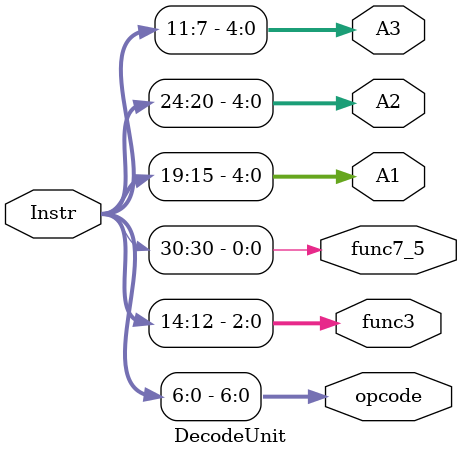
<source format=v>
`timescale 1ns/1ns

module DecodeUnit (
    input [31:0] Instr,
    output reg [6:0] opcode,
    output reg  [2:0] func3,
    output reg func7_5,
    output reg [4:0] A1,A2,A3 
);
    always @(*) begin
        opcode <= Instr[6:0];
        func3 <= Instr[14:12];
        func7_5 <= Instr[30];
        A1 <= Instr[19:15];
        A2 <= Instr[24:20];
        A3 <= Instr[11:7];
    end
endmodule
</source>
